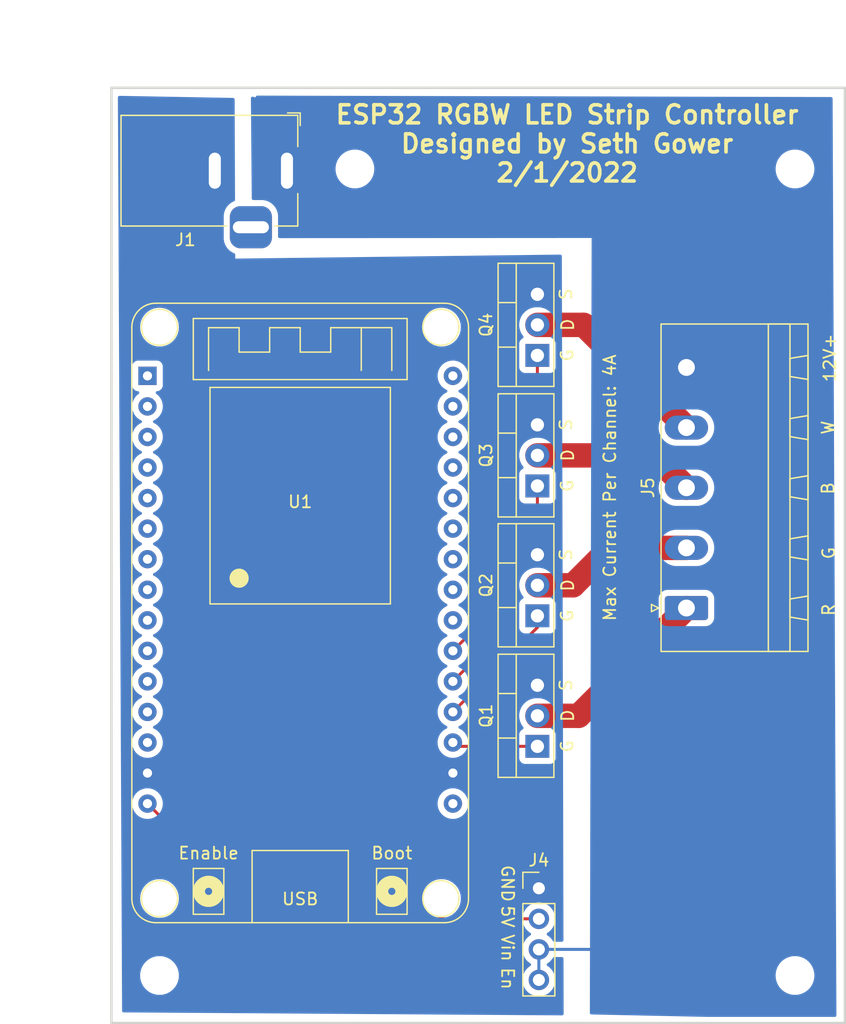
<source format=kicad_pcb>
(kicad_pcb (version 20211014) (generator pcbnew)
  (layers (0 "F.Cu" signal) (31 "B.Cu" signal) (34 "B.Paste" user) (35 "F.Paste" user) (36 "B.SilkS" user "B.Silkscreen") (37 "F.SilkS" user "F.Silkscreen") (38 "B.Mask" user) (39 "F.Mask" user) (44 "Edge.Cuts" user))
  (net 0 "")
  (net 1 "+12V")
  (net 2 "GND")
  (net 3 "+5V")
  (net 4 "LED_R")
  (net 5 "LED_G")
  (net 6 "LED_B")
  (net 7 "LED_W")
  (net 8 "/PWM_R")
  (net 9 "/PWM_G")
  (net 10 "/PWM_B")
  (net 11 "/PWM_W")
  (footprint "MountingHole:MountingHole_2.2mm_M2" (layer "F.Cu") (at 164.8 125.6)
    (fp_text reference "REF**" hide)
    (fp_text value "MountingHole_2.2mm_M2" hide)
    (pad "" np_thru_hole circle locked (at 0 0) (size 2.2 2.2) (drill 2.2) (layers *.Cu *.Mask))
  )
  (footprint "MountingHole:MountingHole_2.2mm_M2" (layer "F.Cu") (at 128.2 58.55)
    (fp_text reference "REF**" hide)
    (fp_text value "MountingHole_2.2mm_M2" hide)
    (pad "" np_thru_hole circle locked (at 0 0) (size 2.2 2.2) (drill 2.2) (layers *.Cu *.Mask))
  )
  (footprint "MountingHole:MountingHole_2.2mm_M2" (layer "F.Cu") (at 164.8 58.55)
    (fp_text reference "REF**" hide)
    (fp_text value "MountingHole_2.2mm_M2" hide)
    (pad "" np_thru_hole circle locked (at 0 0) (size 2.2 2.2) (drill 2.2) (layers *.Cu *.Mask))
  )
  (footprint "Connector_Phoenix_MSTB:PhoenixContact_MSTBA_2,5_5-G_1x05_P5.00mm_Horizontal" (layer "F.Cu") (at 155.7725 95.05 90)
    (fp_text reference locked "J5" (at 10 -3.2 90) (layer "F.SilkS"))
    (fp_text value "Screw_Terminal_01x05" hide)
    (fp_line (start 4 10.11) (end 6 10.11) (layer "F.SilkS") (width 0.12))
    (fp_line (start 14 10.11) (end 16 10.11) (layer "F.SilkS") (width 0.12))
    (fp_line (start 9 10.11) (end 11 10.11) (layer "F.SilkS") (width 0.12))
    (fp_line (start 15.75 8.61) (end 14.25 8.61) (layer "F.SilkS") (width 0.12))
    (fp_line (start 20.75 8.61) (end 19.25 8.61) (layer "F.SilkS") (width 0.12))
    (fp_line (start 23.61 6.81) (end 23.61 8.61) (layer "F.SilkS") (width 0.12))
    (fp_line (start 6 10.11) (end 5.75 8.61) (layer "F.SilkS") (width 0.12))
    (fp_line (start 0.3 -2.91) (end 0 -2.31) (layer "F.SilkS") (width 0.12))
    (fp_line (start -0.75 8.61) (end -1 10.11) (layer "F.SilkS") (width 0.12))
    (fp_line (start 16 10.11) (end 15.75 8.61) (layer "F.SilkS") (width 0.12))
    (fp_line (start 5.75 8.61) (end 4.25 8.61) (layer "F.SilkS") (width 0.12))
    (fp_line (start 23.61 10.11) (end 23.61 -2.11) (layer "F.SilkS") (width 0.12))
    (fp_line (start 11 10.11) (end 10.75 8.61) (layer "F.SilkS") (width 0.12))
    (fp_line (start 4.25 8.61) (end 4 10.11) (layer "F.SilkS") (width 0.12))
    (fp_line (start -3.61 6.81) (end 23.61 6.81) (layer "F.SilkS") (width 0.12))
    (fp_line (start 23.61 -2.11) (end -3.61 -2.11) (layer "F.SilkS") (width 0.12))
    (fp_line (start 10.75 8.61) (end 9.25 8.61) (layer "F.SilkS") (width 0.12))
    (fp_line (start -3.61 8.61) (end -3.61 6.81) (layer "F.SilkS") (width 0.12))
    (fp_line (start 19 10.11) (end 21 10.11) (layer "F.SilkS") (width 0.12))
    (fp_line (start 0.75 8.61) (end -0.75 8.61) (layer "F.SilkS") (width 0.12))
    (fp_line (start 14.25 8.61) (end 14 10.11) (layer "F.SilkS") (width 0.12))
    (fp_line (start 19.25 8.61) (end 19 10.11) (layer "F.SilkS") (width 0.12))
    (fp_line (start 23.61 8.61) (end -3.61 8.61) (layer "F.SilkS") (width 0.12))
    (fp_line (start -1 10.11) (end 1 10.11) (layer "F.SilkS") (width 0.12))
    (fp_line (start -0.3 -2.91) (end 0.3 -2.91) (layer "F.SilkS") (width 0.12))
    (fp_line (start -3.61 -2.11) (end -3.61 10.11) (layer "F.SilkS") (width 0.12))
    (fp_line (start 9.25 8.61) (end 9 10.11) (layer "F.SilkS") (width 0.12))
    (fp_line (start 21 10.11) (end 20.75 8.61) (layer "F.SilkS") (width 0.12))
    (fp_line (start 0 -2.31) (end -0.3 -2.91) (layer "F.SilkS") (width 0.12))
    (fp_line (start 1 10.11) (end 0.75 8.61) (layer "F.SilkS") (width 0.12))
    (fp_line (start -3.61 10.11) (end 23.61 10.11) (layer "F.SilkS") (width 0.12))
    (pad "1" thru_hole roundrect locked (at 0 0 90) (size 2 3.6) (drill 1.4) (layers *.Cu *.Mask) (roundrect_rratio 0.125) (net 4 "LED_R"))
    (pad "2" thru_hole oval locked (at 5 0 90) (size 2 3.6) (drill 1.4) (layers *.Cu *.Mask) (net 5 "LED_G"))
    (pad "3" thru_hole oval locked (at 10 0 90) (size 2 3.6) (drill 1.4) (layers *.Cu *.Mask) (net 6 "LED_B"))
    (pad "4" thru_hole oval locked (at 15 0 90) (size 2 3.6) (drill 1.4) (layers *.Cu *.Mask) (net 7 "LED_W"))
    (pad "5" thru_hole oval locked (at 20 0 90) (size 2 3.6) (drill 1.4) (layers *.Cu *.Mask) (net 1 "+12V"))
  )
  (footprint "ESP32_DevKit_V1_DOIT:esp32_devkit_v1_doit" (layer "F.Cu") (at 123.65 75.75)
    (fp_text reference "U1" (at 0 10.47) (layer "F.SilkS"))
    (fp_text value "ESP32_DevKit_V1_DOIT" hide)
    (fp_text user "Enable" (at -7.62 39.68) (layer "F.SilkS"))
    (fp_text user "USB" (at 0 43.49) (layer "F.SilkS"))
    (fp_text user "Boot" (at 7.62 39.68) (layer "F.SilkS"))
    (fp_line (start -4 39.46) (end 4 39.46) (layer "F.SilkS") (width 0.12))
    (fp_line (start 0 -4.008) (end 0 -1.976) (layer "F.SilkS") (width 0.12))
    (fp_line (start -5.08 -1.976) (end -2.54 -1.976) (layer "F.SilkS") (width 0.12))
    (fp_line (start -8.89 40.95) (end -6.35 40.95) (layer "F.SilkS") (width 0.12))
    (fp_line (start 8.89 40.95) (end 8.89 44.76) (layer "F.SilkS") (width 0.12))
    (fp_line (start 2.54 -4.008) (end 7.62 -4.008) (layer "F.SilkS") (width 0.12))
    (fp_line (start 6.35 44.76) (end 6.35 40.95) (layer "F.SilkS") (width 0.12))
    (fp_line (start 14 43.46) (end 14 -4.04) (layer "F.SilkS") (width 0.12))
    (fp_line (start 7.5 18.96) (end -7.5 18.96) (layer "F.SilkS") (width 0.12))
    (fp_line (start -7.62 -4.008) (end -5.08 -4.008) (layer "F.SilkS") (width 0.12))
    (fp_line (start -6.35 40.95) (end -6.35 44.76) (layer "F.SilkS") (width 0.12))
    (fp_line (start -2.54 -1.976) (end -2.54 -4.008) (layer "F.SilkS") (width 0.12))
    (fp_line (start -8.89 0.31) (end -8.89 -4.77) (layer "F.SilkS") (width 0.12))
    (fp_line (start 0 -1.976) (end 2.54 -1.976) (layer "F.SilkS") (width 0.12))
    (fp_line (start -7.5 18.96) (end -7.5 0.96) (layer "F.SilkS") (width 0.12))
    (fp_line (start -4 39.46) (end -4 45.46) (layer "F.SilkS") (width 0.12))
    (fp_line (start 8.89 -4.77) (end 8.89 0.31) (layer "F.SilkS") (width 0.12))
    (fp_line (start 7.62 -4.008) (end 7.62 -0.452) (layer "F.SilkS") (width 0.12))
    (fp_line (start -14 -4.04) (end -14 43.46) (layer "F.SilkS") (width 0.12))
    (fp_line (start 2.54 -1.976) (end 2.54 -4.008) (layer "F.SilkS") (width 0.12))
    (fp_line (start -8.89 -4.77) (end 8.89 -4.77) (layer "F.SilkS") (width 0.12))
    (fp_line (start 7.5 0.96) (end 7.5 18.96) (layer "F.SilkS") (width 0.12))
    (fp_line (start 4 39.46) (end 4 45.46) (layer "F.SilkS") (width 0.12))
    (fp_line (start -6.35 44.76) (end -8.89 44.76) (layer "F.SilkS") (width 0.12))
    (fp_line (start -7.62 -0.452) (end -7.62 -4.008) (layer "F.SilkS") (width 0.12))
    (fp_line (start -2.54 -4.008) (end 0 -4.008) (layer "F.SilkS") (width 0.12))
    (fp_line (start 8.89 0.31) (end -8.89 0.31) (layer "F.SilkS") (width 0.12))
    (fp_line (start -8.89 44.76) (end -8.89 40.95) (layer "F.SilkS") (width 0.12))
    (fp_line (start -12 45.46) (end 12 45.46) (layer "F.SilkS") (width 0.12))
    (fp_line (start -12 -6.04) (end 12 -6.04) (layer "F.SilkS") (width 0.12))
    (fp_line (start 8.89 44.76) (end 6.35 44.76) (layer "F.SilkS") (width 0.12))
    (fp_line (start -7.5 0.96) (end 7.5 0.96) (layer "F.SilkS") (width 0.12))
    (fp_line (start -5.08 -4.008) (end -5.08 -1.976) (layer "F.SilkS") (width 0.12))
    (fp_line (start 5.08 -4.008) (end 5.08 -0.452) (layer "F.SilkS") (width 0.12))
    (fp_line (start 6.35 40.95) (end 8.89 40.95) (layer "F.SilkS") (width 0.12))
    (fp_arc (start -12 45.46) (mid -13.414214 44.874214) (end -14 43.46) (layer "F.SilkS") (width 0.12))
    (fp_arc (start 14 43.46) (mid 13.414214 44.874214) (end 12 45.46) (layer "F.SilkS") (width 0.12))
    (fp_arc (start 12 -6.04) (mid 13.414214 -5.454214) (end 14 -4.04) (layer "F.SilkS") (width 0.12))
    (fp_arc (start -14 -4.04) (mid -13.414214 -5.454214) (end -12 -6.04) (layer "F.SilkS") (width 0.12))
    (fp_circle (center -5.08 16.82) (end -4.68 16.82) (layer "F.SilkS") (width 0.8) (fill none))
    (fp_circle (center 11.7 -4.04) (end 13.2 -4.04) (layer "F.SilkS") (width 0.12) (fill none))
    (fp_circle (center -11.7 43.46) (end -10.2 43.46) (layer "F.SilkS") (width 0.12) (fill none))
    (fp_circle (center -11.7 -4.04) (end -10.2 -4.04) (layer "F.SilkS") (width 0.12) (fill none))
    (fp_circle (center 7.62 42.855) (end 7.92 42.855) (layer "F.SilkS") (width 1) (fill none))
    (fp_circle (center -7.62 42.855) (end -7.32 42.855) (layer "F.SilkS") (width 1) (fill none))
    (fp_circle (center 11.7 43.46) (end 13.2 43.46) (layer "F.SilkS") (width 0.12) (fill none))
    (pad "1" thru_hole rect locked (at -12.7 0) (size 1.524 1.524) (drill 0.762) (layers *.Cu *.Mask))
    (pad "2" thru_hole circle locked (at -12.7 2.54) (size 1.524 1.524) (drill 0.762) (layers *.Cu *.Mask))
    (pad "3" thru_hole circle locked (at -12.7 5.08) (size 1.524 1.524) (drill 0.762) (layers *.Cu *.Mask))
    (pad "4" thru_hole circle locked (at -12.7 7.62) (size 1.524 1.524) (drill 0.762) (layers *.Cu *.Mask))
    (pad "5" thru_hole circle locked (at -12.7 10.16) (size 1.524 1.524) (drill 0.762) (layers *.Cu *.Mask))
    (pad "6" thru_hole circle locked (at -12.7 12.7) (size 1.524 1.524) (drill 0.762) (layers *.Cu *.Mask))
    (pad "7" thru_hole circle locked (at -12.7 15.24) (size 1.524 1.524) (drill 0.762) (layers *.Cu *.Mask))
    (pad "8" thru_hole circle locked (at -12.7 17.78) (size 1.524 1.524) (drill 0.762) (layers *.Cu *.Mask))
    (pad "9" thru_hole circle locked (at -12.7 20.32) (size 1.524 1.524) (drill 0.762) (layers *.Cu *.Mask))
    (pad "10" thru_hole circle locked (at -12.7 22.86) (size 1.524 1.524) (drill 0.762) (layers *.Cu *.Mask))
    (pad "11" thru_hole circle locked (at -12.7 25.4) (size 1.524 1.524) (drill 0.762) (layers *.Cu *.Mask))
    (pad "12" thru_hole circle locked (at -12.7 27.94) (size 1.524 1.524) (drill 0.762) (layers *.Cu *.Mask))
    (pad "13" thru_hole circle locked (at -12.7 30.48) (size 1.524 1.524) (drill 0.762) (layers *.Cu *.Mask))
    (pad "14" thru_hole circle locked (at -12.7 33.02) (size 1.524 1.524) (drill 0.762) (layers *.Cu *.Mask) (net 2 "GND"))
    (pad "15" thru_hole circle locked (at -12.7 35.56) (size 1.524 1.524) (drill 0.762) (layers *.Cu *.Mask) (net 3 "+5V"))
    (pad "16" thru_hole circle locked (at 12.7 35.56) (size 1.524 1.524) (drill 0.762) (layers *.Cu *.Mask))
    (pad "17" thru_hole circle locked (at 12.7 33.02) (size 1.524 1.524) (drill 0.762) (layers *.Cu *.Mask) (net 2 "GND"))
    (pad "18" thru_hole circle locked (at 12.7 30.48) (size 1.524 1.524) (drill 0.762) (layers *.Cu *.Mask) (net 8 "/PWM_R"))
    (pad "19" thru_hole circle locked (at 12.7 27.94) (size 1.524 1.524) (drill 0.762) (layers *.Cu *.Mask) (net 9 "/PWM_G"))
    (pad "20" thru_hole circle locked (at 12.7 25.4) (size 1.524 1.524) (drill 0.762) (layers *.Cu *.Mask) (net 10 "/PWM_B"))
    (pad "21" thru_hole circle locked (at 12.7 22.86) (size 1.524 1.524) (drill 0.762) (layers *.Cu *.Mask) (net 11 "/PWM_W"))
    (pad "22" thru_hole circle locked (at 12.7 20.32) (size 1.524 1.524) (drill 0.762) (layers *.Cu *.Mask))
    (pad "23" thru_hole circle locked (at 12.7 17.78) (size 1.524 1.524) (drill 0.762) (layers *.Cu *.Mask))
    (pad "24" thru_hole circle locked (at 12.7 15.24) (size 1.524 1.524) (drill 0.762) (layers *.Cu *.Mask))
    (pad "25" thru_hole circle locked (at 12.7 12.7) (size 1.524 1.524) (drill 0.762) (layers *.Cu *.Mask))
    (pad "26" thru_hole circle locked (at 12.7 10.16) (size 1.524 1.524) (drill 0.762) (layers *.Cu *.Mask))
    (pad "27" thru_hole circle locked (at 12.7 7.62) (size 1.524 1.524) (drill 0.762) (layers *.Cu *.Mask))
    (pad "28" thru_hole circle locked (at 12.7 5.08) (size 1.524 1.524) (drill 0.762) (layers *.Cu *.Mask))
    (pad "29" thru_hole circle locked (at 12.7 2.54) (size 1.524 1.524) (drill 0.762) (layers *.Cu *.Mask))
    (pad "30" thru_hole circle locked (at 12.7 0) (size 1.524 1.524) (drill 0.762) (layers *.Cu *.Mask))
  )
  (footprint "Connector_PinHeader_2.54mm:PinHeader_1x04_P2.54mm_Vertical" (layer "F.Cu") (at 143.5 118.35)
    (fp_text reference "J4" (at 0 -2.33) (layer "F.SilkS"))
    (fp_text value "Conn_01x04_Male" hide)
    (fp_line (start -1.33 -1.33) (end 0 -1.33) (layer "F.SilkS") (width 0.12))
    (fp_line (start -1.33 1.27) (end -1.33 8.95) (layer "F.SilkS") (width 0.12))
    (fp_line (start 1.33 1.27) (end 1.33 8.95) (layer "F.SilkS") (width 0.12))
    (fp_line (start -1.33 1.27) (end 1.33 1.27) (layer "F.SilkS") (width 0.12))
    (fp_line (start -1.33 0) (end -1.33 -1.33) (layer "F.SilkS") (width 0.12))
    (fp_line (start -1.33 8.95) (end 1.33 8.95) (layer "F.SilkS") (width 0.12))
    (pad "1" thru_hole rect locked (at 0 0) (size 1.7 1.7) (drill 1) (layers *.Cu *.Mask) (net 2 "GND"))
    (pad "2" thru_hole oval locked (at 0 2.54) (size 1.7 1.7) (drill 1) (layers *.Cu *.Mask) (net 3 "+5V"))
    (pad "3" thru_hole oval locked (at 0 5.08) (size 1.7 1.7) (drill 1) (layers *.Cu *.Mask) (net 1 "+12V"))
    (pad "4" thru_hole oval locked (at 0 7.62) (size 1.7 1.7) (drill 1) (layers *.Cu *.Mask) (net 1 "+12V"))
  )
  (footprint "Package_TO_SOT_THT:TO-220-3_Vertical" (layer "F.Cu") (at 143.3775 84.9 90)
    (fp_text reference "Q3" (at 2.54 -4.27 90) (layer "F.SilkS"))
    (fp_text value "IRLB8721PBF" hide)
    (fp_line (start 7.66 -3.27) (end 7.66 1.371) (layer "F.SilkS") (width 0.12))
    (fp_line (start -2.58 -3.27) (end 7.66 -3.27) (layer "F.SilkS") (width 0.12))
    (fp_line (start -2.58 -3.27) (end -2.58 1.371) (layer "F.SilkS") (width 0.12))
    (fp_line (start 4.391 -3.27) (end 4.391 -1.76) (layer "F.SilkS") (width 0.12))
    (fp_line (start -2.58 -1.76) (end 7.66 -1.76) (layer "F.SilkS") (width 0.12))
    (fp_line (start -2.58 1.371) (end 7.66 1.371) (layer "F.SilkS") (width 0.12))
    (fp_line (start 0.69 -3.27) (end 0.69 -1.76) (layer "F.SilkS") (width 0.12))
    (pad "1" thru_hole rect locked (at 0 0 90) (size 1.905 2) (drill 1.1) (layers *.Cu *.Mask) (net 10 "/PWM_B"))
    (pad "2" thru_hole oval locked (at 2.54 0 90) (size 1.905 2) (drill 1.1) (layers *.Cu *.Mask) (net 6 "LED_B"))
    (pad "3" thru_hole oval locked (at 5.08 0 90) (size 1.905 2) (drill 1.1) (layers *.Cu *.Mask) (net 2 "GND"))
  )
  (footprint "MountingHole:MountingHole_2.2mm_M2" (layer "F.Cu") (at 135.4 71.7)
    (fp_text reference "REF**" hide)
    (fp_text value "MountingHole_2.2mm_M2" hide)
    (pad "" np_thru_hole circle locked (at 0 0) (size 2.2 2.2) (drill 2.2) (layers *.Cu *.Mask))
  )
  (footprint "MountingHole:MountingHole_2.2mm_M2" (layer "F.Cu") (at 135.4 119.2)
    (fp_text reference "REF**" hide)
    (fp_text value "MountingHole_2.2mm_M2")
    (pad "" np_thru_hole circle locked (at 0 0) (size 2.2 2.2) (drill 2.2) (layers *.Cu *.Mask))
  )
  (footprint "Package_TO_SOT_THT:TO-220-3_Vertical" (layer "F.Cu") (at 143.3775 106.55 90)
    (fp_text reference "Q1" (at 2.54 -4.27 90) (layer "F.SilkS"))
    (fp_text value "IRLB8721PBF" hide)
    (fp_line (start 4.391 -3.27) (end 4.391 -1.76) (layer "F.SilkS") (width 0.12))
    (fp_line (start 0.69 -3.27) (end 0.69 -1.76) (layer "F.SilkS") (width 0.12))
    (fp_line (start -2.58 1.371) (end 7.66 1.371) (layer "F.SilkS") (width 0.12))
    (fp_line (start -2.58 -1.76) (end 7.66 -1.76) (layer "F.SilkS") (width 0.12))
    (fp_line (start -2.58 -3.27) (end 7.66 -3.27) (layer "F.SilkS") (width 0.12))
    (fp_line (start -2.58 -3.27) (end -2.58 1.371) (layer "F.SilkS") (width 0.12))
    (fp_line (start 7.66 -3.27) (end 7.66 1.371) (layer "F.SilkS") (width 0.12))
    (pad "1" thru_hole rect locked (at 0 0 90) (size 1.905 2) (drill 1.1) (layers *.Cu *.Mask) (net 8 "/PWM_R"))
    (pad "2" thru_hole oval locked (at 2.54 0 90) (size 1.905 2) (drill 1.1) (layers *.Cu *.Mask) (net 4 "LED_R"))
    (pad "3" thru_hole oval locked (at 5.08 0 90) (size 1.905 2) (drill 1.1) (layers *.Cu *.Mask) (net 2 "GND"))
  )
  (footprint "MountingHole:MountingHole_2.2mm_M2" (layer "F.Cu") (at 111.95 71.7)
    (fp_text reference "REF**" hide)
    (fp_text value "MountingHole_2.2mm_M2" hide)
    (pad "" np_thru_hole circle locked (at 0 0) (size 2.2 2.2) (drill 2.2) (layers *.Cu *.Mask))
  )
  (footprint "MountingHole:MountingHole_2.2mm_M2" (layer "F.Cu") (at 111.95 119.2)
    (fp_text reference "REF**" hide)
    (fp_text value "MountingHole_2.2mm_M2")
    (pad "" np_thru_hole circle locked (at 0 0) (size 2.2 2.2) (drill 2.2) (layers *.Cu *.Mask))
  )
  (footprint "MountingHole:MountingHole_2.2mm_M2" (layer "F.Cu") (at 111.95 125.6)
    (fp_text reference "REF**" hide)
    (fp_text value "MountingHole_2.2mm_M2" hide)
    (pad "" np_thru_hole circle locked (at 0 0) (size 2.2 2.2) (drill 2.2) (layers *.Cu *.Mask))
  )
  (footprint "Connector_BarrelJack:BarrelJack_Horizontal" (layer "F.Cu") (at 122.55 58.6925)
    (fp_text reference "J1" (at -8.45 5.75) (layer "F.SilkS"))
    (fp_text value "Conn_Coaxial_Power" hide)
    (fp_line (start 0.05 -4.8) (end 1.1 -4.8) (layer "F.SilkS") (width 0.12))
    (fp_line (start 1.1 -3.75) (end 1.1 -4.8) (layer "F.SilkS") (width 0.12))
    (fp_line (start -5 4.6) (end -13.8 4.6) (layer "F.SilkS") (width 0.12))
    (fp_line (start 0.9 1.9) (end 0.9 4.6) (layer "F.SilkS") (width 0.12))
    (fp_line (start -13.8 -4.6) (end 0.9 -4.6) (layer "F.SilkS") (width 0.12))
    (fp_line (start 0.9 -4.6) (end 0.9 -2) (layer "F.SilkS") (width 0.12))
    (fp_line (start -13.8 4.6) (end -13.8 -4.6) (layer "F.SilkS") (width 0.12))
    (fp_line (start 0.9 4.6) (end -1 4.6) (layer "F.SilkS") (width 0.12))
    (pad "1" thru_hole rect locked (at 0 0) (size 3.5 3.5) (drill oval 1 3) (layers *.Cu *.Mask) (net 1 "+12V"))
    (pad "2" thru_hole roundrect locked (at -6 0) (size 3 3.5) (drill oval 1 3) (layers *.Cu *.Mask) (net 2 "GND"))
    (pad "3" thru_hole roundrect locked (at -3 4.7) (size 3.5 3.5) (drill oval 3 1) (layers *.Cu *.Mask))
  )
  (footprint "Package_TO_SOT_THT:TO-220-3_Vertical" (layer "F.Cu") (at 143.3775 74.05 90)
    (fp_text reference "Q4" (at 2.54 -4.27 90) (layer "F.SilkS"))
    (fp_text value "IRLB8721PBF" hide)
    (fp_line (start 4.391 -3.27) (end 4.391 -1.76) (layer "F.SilkS") (width 0.12))
    (fp_line (start -2.58 -1.76) (end 7.66 -1.76) (layer "F.SilkS") (width 0.12))
    (fp_line (start -2.58 -3.27) (end -2.58 1.371) (layer "F.SilkS") (width 0.12))
    (fp_line (start 7.66 -3.27) (end 7.66 1.371) (layer "F.SilkS") (width 0.12))
    (fp_line (start 0.69 -3.27) (end 0.69 -1.76) (layer "F.SilkS") (width 0.12))
    (fp_line (start -2.58 1.371) (end 7.66 1.371) (layer "F.SilkS") (width 0.12))
    (fp_line (start -2.58 -3.27) (end 7.66 -3.27) (layer "F.SilkS") (width 0.12))
    (pad "1" thru_hole rect locked (at 0 0 90) (size 1.905 2) (drill 1.1) (layers *.Cu *.Mask) (net 11 "/PWM_W"))
    (pad "2" thru_hole oval locked (at 2.54 0 90) (size 1.905 2) (drill 1.1) (layers *.Cu *.Mask) (net 7 "LED_W"))
    (pad "3" thru_hole oval locked (at 5.08 0 90) (size 1.905 2) (drill 1.1) (layers *.Cu *.Mask) (net 2 "GND"))
  )
  (footprint "Package_TO_SOT_THT:TO-220-3_Vertical" (layer "F.Cu") (at 143.3775 95.7 90)
    (fp_text reference "Q2" (at 2.54 -4.27 90) (layer "F.SilkS"))
    (fp_text value "IRLB8721PBF" hide)
    (fp_line (start -2.58 -3.27) (end 7.66 -3.27) (layer "F.SilkS") (width 0.12))
    (fp_line (start -2.58 -1.76) (end 7.66 -1.76) (layer "F.SilkS") (width 0.12))
    (fp_line (start 7.66 -3.27) (end 7.66 1.371) (layer "F.SilkS") (width 0.12))
    (fp_line (start 0.69 -3.27) (end 0.69 -1.76) (layer "F.SilkS") (width 0.12))
    (fp_line (start -2.58 -3.27) (end -2.58 1.371) (layer "F.SilkS") (width 0.12))
    (fp_line (start -2.58 1.371) (end 7.66 1.371) (layer "F.SilkS") (width 0.12))
    (fp_line (start 4.391 -3.27) (end 4.391 -1.76) (layer "F.SilkS") (width 0.12))
    (pad "1" thru_hole rect locked (at 0 0 90) (size 1.905 2) (drill 1.1) (layers *.Cu *.Mask) (net 9 "/PWM_G"))
    (pad "2" thru_hole oval locked (at 2.54 0 90) (size 1.905 2) (drill 1.1) (layers *.Cu *.Mask) (net 5 "LED_G"))
    (pad "3" thru_hole oval locked (at 5.08 0 90) (size 1.905 2) (drill 1.1) (layers *.Cu *.Mask) (net 2 "GND"))
  )
  (gr_rect (start 168.95 129.55) (end 107.95 51.8) (layer "Edge.Cuts") (width 0.2) (fill none))
  (gr_text "W" (at 167.55 80.05 90) (layer "F.SilkS") (effects (font (size 1 1))))
  (gr_text "Vin" (at 140.9 123.3 270) (layer "F.SilkS") (effects (font (size 1 1))))
  (gr_text "12V+" (at 167.7 74.25 90) (layer "F.SilkS") (effects (font (size 1 1))))
  (gr_text "D" (at 145.9 93.16 90) (layer "F.SilkS") (effects (font (size 1 1))))
  (gr_text "ESP32 RGBW LED Strip Controller\nDesigned by Seth Gower\n2/1/2022" (at 145.85 56.45) (layer "F.SilkS") (effects (font (size 1.5 1.5) (thickness 0.3))))
  (gr_text "D" (at 145.9 71.498095 90) (layer "F.SilkS") (effects (font (size 1 1))))
  (gr_text "En" (at 140.9 125.85 270) (layer "F.SilkS") (effects (font (size 1 1))))
  (gr_text "G" (at 145.85 74.038095 90) (layer "F.SilkS") (effects (font (size 1 1))))
  (gr_text "Max Current Per Channel: 4A" (at 149.4 85.050001 90) (layer "F.SilkS") (effects (font (size 1 1))))
  (gr_text "S" (at 145.75 68.958096 90) (layer "F.SilkS") (effects (font (size 1 1))))
  (gr_text "S" (at 145.75 90.620001 90) (layer "F.SilkS") (effects (font (size 1 1))))
  (gr_text "G" (at 167.6 90.485712 90) (layer "F.SilkS") (effects (font (size 1 1))))
  (gr_text "G" (at 145.85 84.888095 90) (layer "F.SilkS") (effects (font (size 1 1))))
  (gr_text "G" (at 145.85 106.538095 90) (layer "F.SilkS") (effects (font (size 1 1))))
  (gr_text "B" (at 167.55 85.1 90) (layer "F.SilkS") (effects (font (size 1 1))))
  (gr_text "GND" (at 140.9 117.95 270) (layer "F.SilkS") (effects (font (size 1 1))))
  (gr_text "S" (at 145.75 101.458096 90) (layer "F.SilkS") (effects (font (size 1 1))))
  (gr_text "5V" (at 140.9 120.7 270) (layer "F.SilkS") (effects (font (size 1 1))))
  (gr_text "S" (at 145.75 79.808096 90) (layer "F.SilkS") (effects (font (size 1 1))))
  (gr_text "D" (at 145.9 82.348095 90) (layer "F.SilkS") (effects (font (size 1 1))))
  (gr_text "G" (at 145.85 95.7 90) (layer "F.SilkS") (effects (font (size 1 1))))
  (gr_text "R" (at 167.6 95.2 90) (layer "F.SilkS") (effects (font (size 1 1))))
  (gr_text "D" (at 145.9 103.998095 90) (layer "F.SilkS") (effects (font (size 1 1))))
  (segment (start 143.5 123.43) (end 149.32 123.43) (width 0.25) (layer "B.Cu") (net 1))
  (segment (start 143.5 123.43) (end 143.5 125.97) (width 0.25) (layer "B.Cu") (net 1))
  (segment (start 120.53 120.89) (end 110.95 111.31) (width 0.25) (layer "F.Cu") (net 3))
  (segment (start 143.5 120.89) (end 120.53 120.89) (width 0.25) (layer "F.Cu") (net 3))
  (segment (start 146.8125 104.01) (end 155.7725 95.05) (width 2.03) (layer "F.Cu") (net 4))
  (segment (start 143.3775 104.01) (end 146.8125 104.01) (width 2.03) (layer "F.Cu") (net 4))
  (segment (start 149.45 90.05) (end 155.7725 90.05) (width 2.03) (layer "F.Cu") (net 5))
  (segment (start 146.34 93.16) (end 149.45 90.05) (width 2.03) (layer "F.Cu") (net 5))
  (segment (start 143.3775 93.16) (end 146.34 93.16) (width 2.03) (layer "F.Cu") (net 5))
  (segment (start 153.0825 82.36) (end 155.7725 85.05) (width 2.03) (layer "F.Cu") (net 6))
  (segment (start 143.3775 82.36) (end 153.0825 82.36) (width 2.03) (layer "F.Cu") (net 6))
  (segment (start 147.2325 71.51) (end 155.7725 80.05) (width 2.03) (layer "F.Cu") (net 7))
  (segment (start 143.3775 71.51) (end 147.2325 71.51) (width 2.03) (layer "F.Cu") (net 7))
  (segment (start 136.67 106.55) (end 136.35 106.23) (width 0.25) (layer "F.Cu") (net 8))
  (segment (start 143.3775 106.55) (end 136.67 106.55) (width 0.25) (layer "F.Cu") (net 8))
  (segment (start 143.3775 95.7) (end 143.3775 96.6625) (width 0.25) (layer "F.Cu") (net 9))
  (segment (start 143.3775 96.6625) (end 136.35 103.69) (width 0.25) (layer "F.Cu") (net 9))
  (segment (start 140.5 91.05) (end 140.5 97) (width 0.25) (layer "F.Cu") (net 10))
  (segment (start 143.3775 84.9) (end 143.3775 88.1725) (width 0.25) (layer "F.Cu") (net 10))
  (segment (start 140.5 97) (end 136.35 101.15) (width 0.25) (layer "F.Cu") (net 10))
  (segment (start 143.3775 88.1725) (end 140.5 91.05) (width 0.25) (layer "F.Cu") (net 10))
  (segment (start 139.45 95.51) (end 136.35 98.61) (width 0.25) (layer "F.Cu") (net 11))
  (segment (start 143.3775 76.1225) (end 139.45 80.05) (width 0.25) (layer "F.Cu") (net 11))
  (segment (start 139.45 80.05) (end 139.45 95.51) (width 0.25) (layer "F.Cu") (net 11))
  (segment (start 143.3775 74.05) (end 143.3775 76.1225) (width 0.25) (layer "F.Cu") (net 11))
  (zone (net 1) (net_name "+12V") (layer "B.Cu") (connect_pads yes (clearance 0.508)) (min_thickness 0.254) (fill yes (thermal_gap 0.508) (thermal_bridge_width 0.508))
    (polygon (pts (xy 167.928929 52.568563) (xy 168.246913 129.264525) (xy 147.739069 128.837542) (xy 147.889069 64.287542) (xy 119.65 64.3) (xy 119.55 52.5) (xy 119.95 52.6) (xy 119.55 52.45)))
  )
  (zone (net 2) (net_name "GND") (layer "B.Cu") (connect_pads yes (clearance 0.508)) (min_thickness 0.254) (fill yes (thermal_gap 0.508) (thermal_bridge_width 0.508))
    (polygon (pts (xy 118.45 52.65) (xy 118.2 52.7) (xy 118.25 66) (xy 145.410114 65.66646) (xy 145.560114 128.91646) (xy 108.837912 128.667739) (xy 108.487912 52.467739)))
  )
)
</source>
